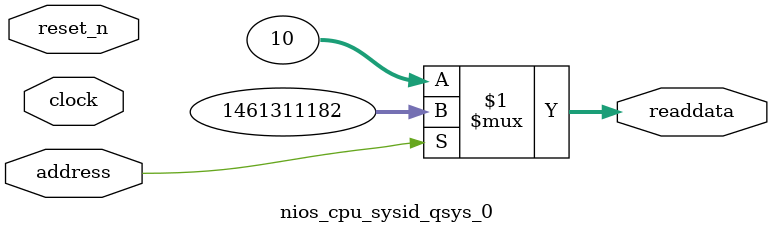
<source format=v>

`timescale 1ns / 1ps
// synthesis translate_on

// turn off superfluous verilog processor warnings 
// altera message_level Level1 
// altera message_off 10034 10035 10036 10037 10230 10240 10030 

module nios_cpu_sysid_qsys_0 (
               // inputs:
                address,
                clock,
                reset_n,

               // outputs:
                readdata
             )
;

  output  [ 31: 0] readdata;
  input            address;
  input            clock;
  input            reset_n;

  wire    [ 31: 0] readdata;
  //control_slave, which is an e_avalon_slave
  assign readdata = address ? 1461311182 : 10;

endmodule




</source>
